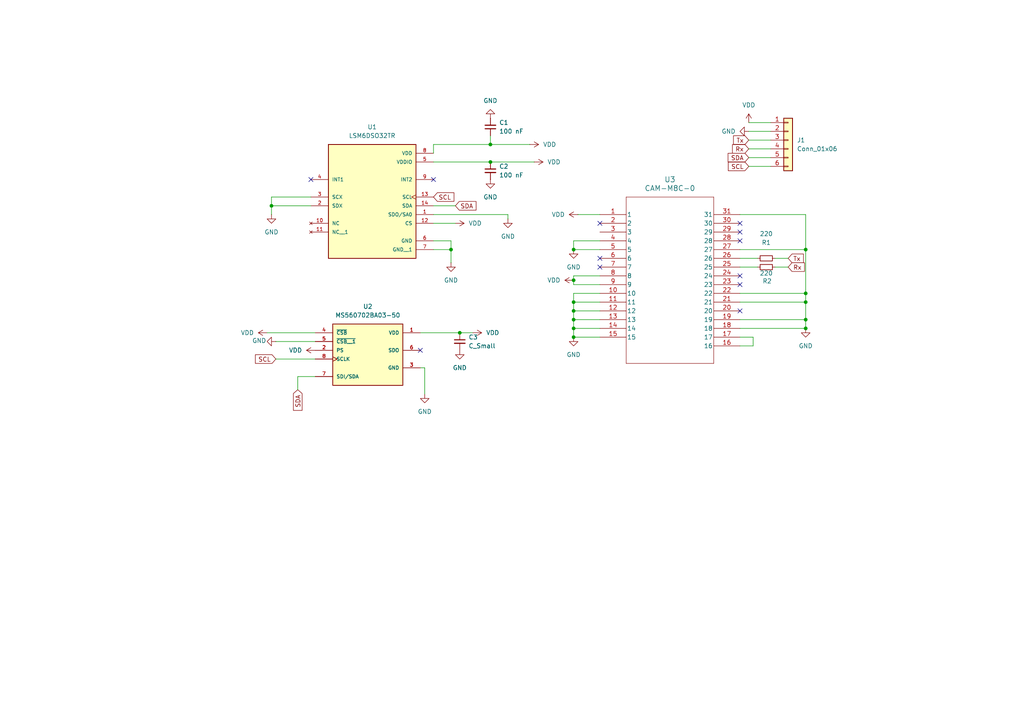
<source format=kicad_sch>
(kicad_sch (version 20231120) (generator "eeschema") (generator_version "8.0")
  (paper "A4")
  (title_block (title "Anthony Runio") (date "2025-01-07") (rev "1.0") (company "Oregon State University") (comment 1 "Sensor block for ASDT flight computer"))
  (lib_symbols
    (symbol "CAM-M8:CAM-M8C-0" (pin_names (offset 0.254))
      (property "Reference" "U" (at 20.32 10.16 0))
      (property "Value" "CAM-M8C-0" (at 20.32 7.62 0))
      (symbol "CAM-M8C-0_0_1"
        (polyline (pts (xy 7.62 -43.18) (xy 33.02 -43.18)) (stroke (width 0.127)))
        (polyline (pts (xy 7.62 5.08) (xy 7.62 -43.18)) (stroke (width 0.127)))
        (polyline (pts (xy 33.02 -43.18) (xy 33.02 5.08)) (stroke (width 0.127)))
        (polyline (pts (xy 33.02 5.08) (xy 7.62 5.08)) (stroke (width 0.127)))
        (pin power_in line (at 0 0 0) (length 7.62) (name "1") (number "1"))
        (pin power_out line (at 0 -22.86 0) (length 7.62) (name "10") (number "10"))
        (pin power_out line (at 0 -25.4 0) (length 7.62) (name "11") (number "11"))
        (pin power_out line (at 0 -27.94 0) (length 7.62) (name "12") (number "12"))
        (pin power_out line (at 0 -30.48 0) (length 7.62) (name "13") (number "13"))
        (pin power_out line (at 0 -33.02 0) (length 7.62) (name "14") (number "14"))
        (pin power_out line (at 0 -35.56 0) (length 7.62) (name "15") (number "15"))
        (pin output line (at 40.64 -38.1 180) (length 7.62) (name "16") (number "16"))
        (pin unspecified line (at 40.64 -35.56 180) (length 7.62) (name "17") (number "17"))
        (pin power_out line (at 40.64 -33.02 180) (length 7.62) (name "18") (number "18"))
        (pin power_out line (at 40.64 -30.48 180) (length 7.62) (name "19") (number "19"))
        (pin unspecified line (at 0 -2.54 0) (length 7.62) (name "2") (number "2"))
        (pin unspecified line (at 40.64 -27.94 180) (length 7.62) (name "20") (number "20"))
        (pin power_out line (at 40.64 -25.4 180) (length 7.62) (name "21") (number "21"))
        (pin power_out line (at 40.64 -22.86 180) (length 7.62) (name "22") (number "22"))
        (pin unspecified line (at 40.64 -20.32 180) (length 7.62) (name "23") (number "23"))
        (pin unspecified line (at 40.64 -17.78 180) (length 7.62) (name "24") (number "24"))
        (pin unspecified line (at 40.64 -15.24 180) (length 7.62) (name "25") (number "25"))
        (pin unspecified line (at 40.64 -12.7 180) (length 7.62) (name "26") (number "26"))
        (pin power_out line (at 40.64 -10.16 180) (length 7.62) (name "27") (number "27"))
        (pin unspecified line (at 40.64 -7.62 180) (length 7.62) (name "28") (number "28"))
        (pin unspecified line (at 40.64 -5.08 180) (length 7.62) (name "29") (number "29"))
        (pin unspecified line (at 0 -5.08 0) (length 7.62) (name "3") (number "3"))
        (pin unspecified line (at 40.64 -2.54 180) (length 7.62) (name "30") (number "30"))
        (pin power_out line (at 40.64 0 180) (length 7.62) (name "31") (number "31"))
        (pin power_out line (at 0 -7.62 0) (length 7.62) (name "4") (number "4"))
        (pin power_out line (at 0 -10.16 0) (length 7.62) (name "5") (number "5"))
        (pin unspecified line (at 0 -12.7 0) (length 7.62) (name "6") (number "6"))
        (pin unspecified line (at 0 -15.24 0) (length 7.62) (name "7") (number "7"))
        (pin unspecified line (at 0 -17.78 0) (length 7.62) (name "8") (number "8"))
        (pin power_in line (at 0 -20.32 0) (length 7.62) (name "9") (number "9"))
      )
    )
    (symbol "Connector_Generic:Conn_01x06" (pin_names (offset 1.016) hide)
      (property "Reference" "J" (at 0 7.62 0))
      (property "Value" "Conn_01x06" (at 0 -10.16 0))
      (symbol "Conn_01x06_1_1"
        (rectangle (start -1.27 -7.493) (end 0 -7.747) (stroke (width 0.1524)))
        (rectangle (start -1.27 -4.953) (end 0 -5.207) (stroke (width 0.1524)))
        (rectangle (start -1.27 -2.413) (end 0 -2.667) (stroke (width 0.1524)))
        (rectangle (start -1.27 0.127) (end 0 -0.127) (stroke (width 0.1524)))
        (rectangle (start -1.27 2.667) (end 0 2.413) (stroke (width 0.1524)))
        (rectangle (start -1.27 5.207) (end 0 4.953) (stroke (width 0.1524)))
        (rectangle (start -1.27 6.35) (end 1.27 -8.89) (stroke (width 0.254)) (fill (type background)))
        (pin passive line (at -5.08 5.08 0) (length 3.81) (name "Pin_1") (number "1"))
        (pin passive line (at -5.08 2.54 0) (length 3.81) (name "Pin_2") (number "2"))
        (pin passive line (at -5.08 0 0) (length 3.81) (name "Pin_3") (number "3"))
        (pin passive line (at -5.08 -2.54 0) (length 3.81) (name "Pin_4") (number "4"))
        (pin passive line (at -5.08 -5.08 0) (length 3.81) (name "Pin_5") (number "5"))
        (pin passive line (at -5.08 -7.62 0) (length 3.81) (name "Pin_6") (number "6"))
      )
    )
    (symbol "Device:C_Small" (pin_numbers hide) (pin_names (offset 0.254) hide)
      (property "Reference" "C" (at 0.254 1.778 0))
      (property "Value" "C_Small" (at 0.254 -2.032 0))
      (symbol "C_Small_0_1"
        (polyline (pts (xy -1.524 -0.508) (xy 1.524 -0.508)) (stroke (width 0.3302)))
        (polyline (pts (xy -1.524 0.508) (xy 1.524 0.508)) (stroke (width 0.3048)))
      )
      (symbol "C_Small_1_1"
        (pin passive line (at 0 2.54 270) (length 2.032) (name "~") (number "1"))
        (pin passive line (at 0 -2.54 90) (length 2.032) (name "~") (number "2"))
      )
    )
    (symbol "Device:R_Small" (pin_numbers hide) (pin_names (offset 0.254) hide)
      (property "Reference" "R" (at 0.762 0.508 0))
      (property "Value" "R_Small" (at 0.762 -1.016 0))
      (symbol "R_Small_0_1"
        (rectangle (start -0.762 1.778) (end 0.762 -1.778) (stroke (width 0.2032)))
      )
      (symbol "R_Small_1_1"
        (pin passive line (at 0 2.54 270) (length 0.762) (name "~") (number "1"))
        (pin passive line (at 0 -2.54 90) (length 0.762) (name "~") (number "2"))
      )
    )
    (symbol "LSM6DSO32TR:LSM6DSO32TR" (pin_names (offset 1.016))
      (property "Reference" "U" (at -12.7 16.002 0))
      (property "Value" "LSM6DSO32TR" (at -12.7 -20.32 0))
      (symbol "LSM6DSO32TR_0_0"
        (rectangle (start -12.7 -17.78) (end 12.7 15.24) (stroke (width 0.254)) (fill (type background)))
        (pin bidirectional line (at 17.78 -5.08 180) (length 5.08) (name "SDO/SA0") (number "1"))
        (pin no_connect line (at -17.78 -7.62 0) (length 5.08) (name "NC") (number "10"))
        (pin no_connect line (at -17.78 -10.16 0) (length 5.08) (name "NC__1") (number "11"))
        (pin input line (at 17.78 -7.62 180) (length 5.08) (name "CS") (number "12"))
        (pin input clock (at 17.78 0 180) (length 5.08) (name "SCL") (number "13"))
        (pin bidirectional line (at 17.78 -2.54 180) (length 5.08) (name "SDA") (number "14"))
        (pin passive line (at -17.78 -2.54 0) (length 5.08) (name "SDX") (number "2"))
        (pin passive line (at -17.78 0 0) (length 5.08) (name "SCX") (number "3"))
        (pin input line (at -17.78 5.08 0) (length 5.08) (name "INT1") (number "4"))
        (pin power_in line (at 17.78 10.16 180) (length 5.08) (name "VDDIO") (number "5"))
        (pin power_in line (at 17.78 -12.7 180) (length 5.08) (name "GND") (number "6"))
        (pin power_in line (at 17.78 -15.24 180) (length 5.08) (name "GND__1") (number "7"))
        (pin power_in line (at 17.78 12.7 180) (length 5.08) (name "VDD") (number "8"))
        (pin output line (at 17.78 5.08 180) (length 5.08) (name "INT2") (number "9"))
      )
    )
    (symbol "MS560702BA03-50:MS560702BA03-50" (pin_names (offset 1.016))
      (property "Reference" "U" (at -10.1694 8.3898 0))
      (property "Value" "MS560702BA03-50" (at -10.1682 -12.7082 0))
      (symbol "MS560702BA03-50_0_0"
        (rectangle (start -10.16 -10.16) (end 10.16 7.62) (stroke (width 0.254)) (fill (type background)))
        (pin power_in line (at 15.24 5.08 180) (length 5.08) (name "VDD") (number "1"))
        (pin input line (at -15.24 0 0) (length 5.08) (name "PS") (number "2"))
        (pin power_in line (at 15.24 -5.08 180) (length 5.08) (name "GND") (number "3"))
        (pin input line (at -15.24 5.08 0) (length 5.08) (name "~{CSB}") (number "4"))
        (pin input line (at -15.24 2.54 0) (length 5.08) (name "~{CSB__1}") (number "5"))
        (pin output line (at 15.24 0 180) (length 5.08) (name "SDO") (number "6"))
        (pin bidirectional line (at -15.24 -7.62 0) (length 5.08) (name "SDI/SDA") (number "7"))
        (pin input clock (at -15.24 -2.54 0) (length 5.08) (name "SCLK") (number "8"))
      )
    )
    (symbol "power:GND" (power) (pin_numbers hide) (pin_names (offset 0) hide)
      (property "Value" "GND" (at 0 -3.81 0))
      (symbol "GND_0_1"
        (polyline (pts (xy 0 0) (xy 0 -1.27) (xy 1.27 -1.27) (xy 0 -2.54) (xy -1.27 -1.27) (xy 0 -1.27)))
      )
      (symbol "GND_1_1"
        (pin power_in line (at 0 0 270) (length 0) (name "~") (number "1"))
      )
    )
    (symbol "power:VDD" (power) (pin_numbers hide) (pin_names (offset 0) hide)
      (property "Value" "VDD" (at 0 3.556 0))
      (symbol "VDD_0_1"
        (polyline (pts (xy -0.762 1.27) (xy 0 2.54)))
        (polyline (pts (xy 0 0) (xy 0 2.54)))
        (polyline (pts (xy 0 2.54) (xy 0.762 1.27)))
      )
      (symbol "VDD_1_1"
        (pin power_in line (at 0 0 90) (length 0) (name "~") (number "1"))
      )
    )
  )
  (junction (at 233.68 87.63))
  (junction (at 166.37 92.71))
  (junction (at 166.37 97.79))
  (junction (at 233.68 72.39))
  (junction (at 142.24 41.91))
  (junction (at 233.68 92.71))
  (junction (at 166.37 95.25))
  (junction (at 166.37 90.17))
  (junction (at 130.81 72.39))
  (junction (at 233.68 95.25))
  (junction (at 166.37 72.39))
  (junction (at 78.74 59.69))
  (junction (at 166.37 81.28))
  (junction (at 133.35 96.52))
  (junction (at 233.68 85.09))
  (junction (at 142.24 46.99))
  (junction (at 166.37 87.63))
  (no_connect (at 121.92 101.6))
  (no_connect (at 214.63 69.85))
  (no_connect (at 90.17 52.07))
  (no_connect (at 214.63 82.55))
  (no_connect (at 173.99 64.77))
  (no_connect (at 173.99 74.93))
  (no_connect (at 125.73 52.07))
  (no_connect (at 173.99 77.47))
  (no_connect (at 214.63 90.17))
  (no_connect (at 214.63 67.31))
  (no_connect (at 214.63 64.77))
  (no_connect (at 214.63 80.01))
  (wire (pts (xy 133.35 96.52) (xy 137.16 96.52)))
  (wire (pts (xy 166.37 80.01) (xy 166.37 81.28)))
  (wire (pts (xy 77.47 96.52) (xy 91.44 96.52)))
  (wire (pts (xy 217.17 48.26) (xy 223.52 48.26)))
  (wire (pts (xy 166.37 72.39) (xy 173.99 72.39)))
  (wire (pts (xy 173.99 82.55) (xy 166.37 82.55)))
  (wire (pts (xy 214.63 74.93) (xy 219.71 74.93)))
  (wire (pts (xy 166.37 87.63) (xy 166.37 90.17)))
  (wire (pts (xy 130.81 76.2) (xy 130.81 72.39)))
  (wire (pts (xy 166.37 97.79) (xy 173.99 97.79)))
  (wire (pts (xy 214.63 72.39) (xy 233.68 72.39)))
  (wire (pts (xy 86.36 109.22) (xy 86.36 113.03)))
  (wire (pts (xy 217.17 45.72) (xy 223.52 45.72)))
  (wire (pts (xy 214.63 85.09) (xy 233.68 85.09)))
  (wire (pts (xy 80.01 99.06) (xy 91.44 99.06)))
  (wire (pts (xy 121.92 96.52) (xy 133.35 96.52)))
  (wire (pts (xy 173.99 80.01) (xy 166.37 80.01)))
  (wire (pts (xy 173.99 90.17) (xy 166.37 90.17)))
  (wire (pts (xy 166.37 95.25) (xy 166.37 97.79)))
  (wire (pts (xy 217.17 38.1) (xy 223.52 38.1)))
  (wire (pts (xy 233.68 72.39) (xy 233.68 85.09)))
  (wire (pts (xy 167.64 62.23) (xy 173.99 62.23)))
  (wire (pts (xy 214.63 100.33) (xy 218.44 100.33)))
  (wire (pts (xy 233.68 92.71) (xy 233.68 95.25)))
  (wire (pts (xy 233.68 85.09) (xy 233.68 87.63)))
  (wire (pts (xy 217.17 43.18) (xy 223.52 43.18)))
  (wire (pts (xy 78.74 57.15) (xy 78.74 59.69)))
  (wire (pts (xy 166.37 81.28) (xy 166.37 82.55)))
  (wire (pts (xy 224.79 77.47) (xy 228.6 77.47)))
  (wire (pts (xy 166.37 85.09) (xy 166.37 87.63)))
  (wire (pts (xy 233.68 62.23) (xy 233.68 72.39)))
  (wire (pts (xy 173.99 87.63) (xy 166.37 87.63)))
  (wire (pts (xy 214.63 77.47) (xy 219.71 77.47)))
  (wire (pts (xy 218.44 100.33) (xy 218.44 97.79)))
  (wire (pts (xy 125.73 41.91) (xy 142.24 41.91)))
  (wire (pts (xy 166.37 90.17) (xy 166.37 92.71)))
  (wire (pts (xy 166.37 69.85) (xy 166.37 72.39)))
  (wire (pts (xy 91.44 109.22) (xy 86.36 109.22)))
  (wire (pts (xy 224.79 74.93) (xy 228.6 74.93)))
  (wire (pts (xy 214.63 87.63) (xy 233.68 87.63)))
  (wire (pts (xy 80.01 104.14) (xy 91.44 104.14)))
  (wire (pts (xy 125.73 64.77) (xy 132.08 64.77)))
  (wire (pts (xy 78.74 59.69) (xy 78.74 62.23)))
  (wire (pts (xy 125.73 41.91) (xy 125.73 44.45)))
  (wire (pts (xy 90.17 57.15) (xy 78.74 57.15)))
  (wire (pts (xy 217.17 35.56) (xy 223.52 35.56)))
  (wire (pts (xy 125.73 62.23) (xy 147.32 62.23)))
  (wire (pts (xy 214.63 97.79) (xy 218.44 97.79)))
  (wire (pts (xy 173.99 95.25) (xy 166.37 95.25)))
  (wire (pts (xy 173.99 92.71) (xy 166.37 92.71)))
  (wire (pts (xy 217.17 40.64) (xy 223.52 40.64)))
  (wire (pts (xy 173.99 69.85) (xy 166.37 69.85)))
  (wire (pts (xy 173.99 85.09) (xy 166.37 85.09)))
  (wire (pts (xy 130.81 69.85) (xy 130.81 72.39)))
  (wire (pts (xy 214.63 92.71) (xy 233.68 92.71)))
  (wire (pts (xy 121.92 106.68) (xy 123.19 106.68)))
  (wire (pts (xy 125.73 69.85) (xy 130.81 69.85)))
  (wire (pts (xy 142.24 41.91) (xy 153.67 41.91)))
  (wire (pts (xy 214.63 95.25) (xy 233.68 95.25)))
  (wire (pts (xy 166.37 92.71) (xy 166.37 95.25)))
  (wire (pts (xy 132.08 59.69) (xy 125.73 59.69)))
  (wire (pts (xy 125.73 46.99) (xy 142.24 46.99)))
  (wire (pts (xy 233.68 87.63) (xy 233.68 92.71)))
  (wire (pts (xy 130.81 72.39) (xy 125.73 72.39)))
  (wire (pts (xy 147.32 62.23) (xy 147.32 63.5)))
  (wire (pts (xy 142.24 41.91) (xy 142.24 39.37)))
  (wire (pts (xy 142.24 46.99) (xy 154.94 46.99)))
  (wire (pts (xy 90.17 59.69) (xy 78.74 59.69)))
  (wire (pts (xy 214.63 62.23) (xy 233.68 62.23)))
  (wire (pts (xy 123.19 106.68) (xy 123.19 114.3)))
  (global_label "SDA" (shape input) (at 86.36 113.03 270) (property "Intersheetrefs" "${INTERSHEET_REFS}" (effects (hide yes))))
  (global_label "Tx" (shape input) (at 217.17 40.64 180) (property "Intersheetrefs" "${INTERSHEET_REFS}" (effects (hide yes))))
  (global_label "Tx" (shape input) (at 228.6 74.93 0) (property "Intersheetrefs" "${INTERSHEET_REFS}" (effects (hide yes))))
  (global_label "SCL" (shape input) (at 217.17 48.26 180) (property "Intersheetrefs" "${INTERSHEET_REFS}" (effects (hide yes))))
  (global_label "SDA" (shape input) (at 217.17 45.72 180) (property "Intersheetrefs" "${INTERSHEET_REFS}" (effects (hide yes))))
  (global_label "Rx" (shape input) (at 217.17 43.18 180) (property "Intersheetrefs" "${INTERSHEET_REFS}" (effects (hide yes))))
  (global_label "SCL" (shape input) (at 125.73 57.15 0) (property "Intersheetrefs" "${INTERSHEET_REFS}" (effects (hide yes))))
  (global_label "SDA" (shape input) (at 132.08 59.69 0) (property "Intersheetrefs" "${INTERSHEET_REFS}" (effects (hide yes))))
  (global_label "Rx" (shape input) (at 228.6 77.47 0) (property "Intersheetrefs" "${INTERSHEET_REFS}" (effects (hide yes))))
  (global_label "SCL" (shape input) (at 80.01 104.14 180) (property "Intersheetrefs" "${INTERSHEET_REFS}" (effects (hide yes))))
  (symbol (lib_id "power:VDD") (at 77.47 96.52 90) (unit 1)
    (property "Reference" "#PWR021" (effects (hide yes)))
    (property "Value" "VDD" (at 73.66 96.5199 90) (effects (justify left)))
    (property "Description" "Power symbol creates a global label with name \"VDD\"" (effects (hide yes)))
  )
  (symbol (lib_id "power:GND") (at 133.35 101.6 0) (unit 1)
    (property "Reference" "#PWR07" (effects (hide yes)))
    (property "Value" "GND" (at 133.35 106.68 0))
    (property "Description" "Power symbol creates a global label with name \"GND\" , ground" (effects (hide yes)))
  )
  (symbol (lib_id "power:GND") (at 78.74 62.23 0) (unit 1)
    (property "Reference" "#PWR02" (effects (hide yes)))
    (property "Value" "GND" (at 78.74 67.31 0))
    (property "Description" "Power symbol creates a global label with name \"GND\" , ground" (effects (hide yes)))
  )
  (symbol (lib_id "power:GND") (at 142.24 52.07 0) (unit 1)
    (property "Reference" "#PWR05" (effects (hide yes)))
    (property "Value" "GND" (at 142.24 57.15 0))
    (property "Description" "Power symbol creates a global label with name \"GND\" , ground" (effects (hide yes)))
  )
  (symbol (lib_id "CAM-M8:CAM-M8C-0") (at 173.99 62.23 0) (unit 1)
    (property "Reference" "U3" (at 194.31 52.07 0) (effects (font (size 1.524 1.524))))
    (property "Value" "CAM-M8C-0" (at 194.31 54.61 0) (effects (font (size 1.524 1.524))))
    (property "Footprint" "QFN_M8C-0_UBL" (effects (hide yes)))
    (property "Datasheet" "CAM-M8C-0" (effects (hide yes)))
  )
  (symbol (lib_id "Connector_Generic:Conn_01x06") (at 228.6 40.64 0) (unit 1)
    (property "Reference" "J1" (at 231.14 40.6399 0) (effects (justify left)))
    (property "Value" "Conn_01x06" (at 231.14 43.1799 0) (effects (justify left)))
    (property "Description" "Generic connector, single row, 01x06, script generated (kicad-library-utils/schlib/autogen/connector/)" (effects (hide yes)))
  )
  (symbol (lib_id "power:VDD") (at 154.94 46.99 270) (unit 1)
    (property "Reference" "#PWR016" (effects (hide yes)))
    (property "Value" "VDD" (at 158.75 46.9899 90) (effects (justify left)))
    (property "Description" "Power symbol creates a global label with name \"VDD\"" (effects (hide yes)))
  )
  (symbol (lib_id "power:VDD") (at 167.64 62.23 90) (unit 1)
    (property "Reference" "#PWR019" (effects (hide yes)))
    (property "Value" "VDD" (at 163.83 62.2299 90) (effects (justify left)))
    (property "Description" "Power symbol creates a global label with name \"VDD\"" (effects (hide yes)))
  )
  (symbol (lib_id "power:GND") (at 217.17 38.1 270) (unit 1)
    (property "Reference" "#PWR012" (effects (hide yes)))
    (property "Value" "GND" (at 213.36 38.0999 90) (effects (justify right)))
    (property "Description" "Power symbol creates a global label with name \"GND\" , ground" (effects (hide yes)))
  )
  (symbol (lib_id "power:VDD") (at 166.37 81.28 90) (unit 1)
    (property "Reference" "#PWR018" (effects (hide yes)))
    (property "Value" "VDD" (at 162.56 81.2799 90) (effects (justify left)))
    (property "Description" "Power symbol creates a global label with name \"VDD\"" (effects (hide yes)))
  )
  (symbol (lib_id "power:GND") (at 166.37 72.39 0) (unit 1)
    (property "Reference" "#PWR09" (effects (hide yes)))
    (property "Value" "GND" (at 166.37 77.47 0))
    (property "Description" "Power symbol creates a global label with name \"GND\" , ground" (effects (hide yes)))
  )
  (symbol (lib_id "power:GND") (at 142.24 34.29 180) (unit 1)
    (property "Reference" "#PWR04" (effects (hide yes)))
    (property "Value" "GND" (at 142.24 29.21 0))
    (property "Description" "Power symbol creates a global label with name \"GND\" , ground" (effects (hide yes)))
  )
  (symbol (lib_id "Device:R_Small") (at 222.25 77.47 90) (unit 1)
    (property "Reference" "R2" (at 222.504 81.534 90))
    (property "Value" "220" (at 222.25 79.248 90))
    (property "Description" "Resistor, small symbol" (effects (hide yes)))
  )
  (symbol (lib_id "Device:C_Small") (at 142.24 36.83 180) (unit 1)
    (property "Reference" "C1" (at 144.78 35.5535 0) (effects (justify right)))
    (property "Value" "100 nF" (at 144.78 38.0935 0) (effects (justify right)))
    (property "Description" "Unpolarized capacitor, small symbol" (effects (hide yes)))
  )
  (symbol (lib_id "LSM6DSO32TR:LSM6DSO32TR") (at 107.95 57.15 0) (unit 1)
    (property "Reference" "U1" (at 107.95 36.83 0))
    (property "Value" "LSM6DSO32TR" (at 107.95 39.37 0))
    (property "Footprint" "LSM6DSO32TR:XDCR_LSM6DSO32TR" (effects (hide yes)))
    (property "PARTREV" "1" (effects (hide yes)))
    (property "STANDARD" "Manufacturer Recommendations" (effects (hide yes)))
    (property "MAXIMUM_PACKAGE_HEIGHT" "0.86mm" (effects (hide yes)))
    (property "MANUFACTURER" "STMicroelectronics" (effects (hide yes)))
  )
  (symbol (lib_id "power:VDD") (at 153.67 41.91 270) (unit 1)
    (property "Reference" "#PWR014" (effects (hide yes)))
    (property "Value" "VDD" (at 157.48 41.9099 90) (effects (justify left)))
    (property "Description" "Power symbol creates a global label with name \"VDD\"" (effects (hide yes)))
  )
  (symbol (lib_id "power:GND") (at 166.37 97.79 0) (unit 1)
    (property "Reference" "#PWR08" (effects (hide yes)))
    (property "Value" "GND" (at 166.37 102.87 0))
    (property "Description" "Power symbol creates a global label with name \"GND\" , ground" (effects (hide yes)))
  )
  (symbol (lib_id "power:GND") (at 233.68 95.25 0) (unit 1)
    (property "Reference" "#PWR010" (effects (hide yes)))
    (property "Value" "GND" (at 233.68 100.33 0))
    (property "Description" "Power symbol creates a global label with name \"GND\" , ground" (effects (hide yes)))
  )
  (symbol (lib_id "power:GND") (at 123.19 114.3 0) (unit 1)
    (property "Reference" "#PWR03" (effects (hide yes)))
    (property "Value" "GND" (at 123.19 119.38 0))
    (property "Description" "Power symbol creates a global label with name \"GND\" , ground" (effects (hide yes)))
  )
  (symbol (lib_id "power:VDD") (at 91.44 101.6 90) (unit 1)
    (property "Reference" "#PWR013" (effects (hide yes)))
    (property "Value" "VDD" (at 87.63 101.5999 90) (effects (justify left)))
    (property "Description" "Power symbol creates a global label with name \"VDD\"" (effects (hide yes)))
  )
  (symbol (lib_id "MS560702BA03-50:MS560702BA03-50") (at 106.68 101.6 0) (unit 1)
    (property "Reference" "U2" (at 106.68 88.9 0))
    (property "Value" "MS560702BA03-50" (at 106.68 91.44 0))
    (property "Footprint" "MS560702BA03-50:SON125P300X500X100-8N" (effects (hide yes)))
    (property "STANDARD" "MANUFACTURER RECOMMENDATIONS" (effects (hide yes)))
    (property "MANUFACTURER" "TE CONNECTIVITY" (effects (hide yes)))
  )
  (symbol (lib_id "power:VDD") (at 137.16 96.52 270) (unit 1)
    (property "Reference" "#PWR017" (effects (hide yes)))
    (property "Value" "VDD" (at 140.97 96.5199 90) (effects (justify left)))
    (property "Description" "Power symbol creates a global label with name \"VDD\"" (effects (hide yes)))
  )
  (symbol (lib_id "power:VDD") (at 132.08 64.77 270) (unit 1)
    (property "Reference" "#PWR015" (effects (hide yes)))
    (property "Value" "VDD" (at 135.89 64.7699 90) (effects (justify left)))
    (property "Description" "Power symbol creates a global label with name \"VDD\"" (effects (hide yes)))
  )
  (symbol (lib_id "Device:C_Small") (at 133.35 99.06 0) (unit 1)
    (property "Reference" "C3" (at 135.89 97.7962 0) (effects (justify left)))
    (property "Value" "C_Small" (at 135.89 100.3362 0) (effects (justify left)))
    (property "Description" "Unpolarized capacitor, small symbol" (effects (hide yes)))
  )
  (symbol (lib_id "power:GND") (at 130.81 76.2 0) (unit 1)
    (property "Reference" "#PWR01" (effects (hide yes)))
    (property "Value" "GND" (at 130.81 81.28 0))
    (property "Description" "Power symbol creates a global label with name \"GND\" , ground" (effects (hide yes)))
  )
  (symbol (lib_id "Device:R_Small") (at 222.25 74.93 90) (unit 1)
    (property "Reference" "R1" (at 222.25 70.358 90))
    (property "Value" "220" (at 222.25 67.818 90))
    (property "Description" "Resistor, small symbol" (effects (hide yes)))
  )
  (symbol (lib_id "power:GND") (at 80.01 99.06 270) (unit 1)
    (property "Reference" "#PWR06" (effects (hide yes)))
    (property "Value" "GND" (at 75.184 98.806 90))
    (property "Description" "Power symbol creates a global label with name \"GND\" , ground" (effects (hide yes)))
  )
  (symbol (lib_id "power:GND") (at 147.32 63.5 0) (unit 1)
    (property "Reference" "#PWR020" (effects (hide yes)))
    (property "Value" "GND" (at 147.32 68.58 0))
    (property "Description" "Power symbol creates a global label with name \"GND\" , ground" (effects (hide yes)))
  )
  (symbol (lib_id "power:VDD") (at 217.17 35.56 0) (unit 1)
    (property "Reference" "#PWR011" (effects (hide yes)))
    (property "Value" "VDD" (at 217.17 30.48 0))
    (property "Description" "Power symbol creates a global label with name \"VDD\"" (effects (hide yes)))
  )
  (symbol (lib_id "Device:C_Small") (at 142.24 49.53 0) (unit 1)
    (property "Reference" "C2" (at 144.78 48.2662 0) (effects (justify left)))
    (property "Value" "100 nF" (at 144.78 50.8062 0) (effects (justify left)))
    (property "Description" "Unpolarized capacitor, small symbol" (effects (hide yes)))
  )
)
</source>
